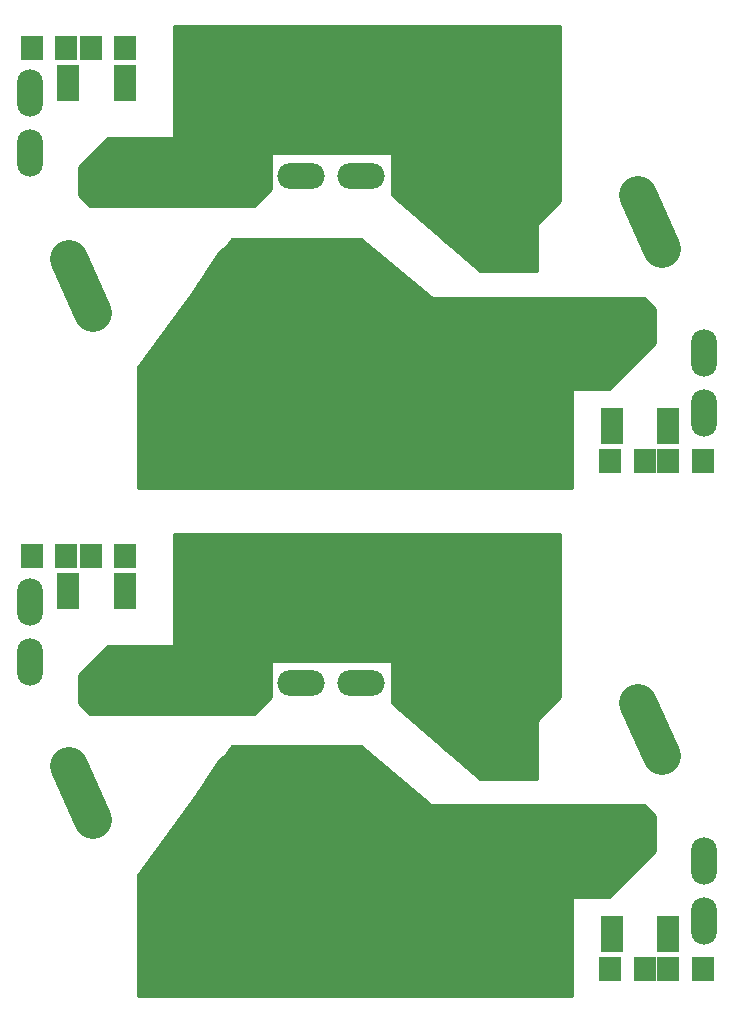
<source format=gbr>
G04 #@! TF.GenerationSoftware,KiCad,Pcbnew,(5.0.0)*
G04 #@! TF.CreationDate,2018-11-19T08:21:14+02:00*
G04 #@! TF.ProjectId,tp_x2,74705F78322E6B696361645F70636200,3*
G04 #@! TF.SameCoordinates,Original*
G04 #@! TF.FileFunction,Soldermask,Top*
G04 #@! TF.FilePolarity,Negative*
%FSLAX46Y46*%
G04 Gerber Fmt 4.6, Leading zero omitted, Abs format (unit mm)*
G04 Created by KiCad (PCBNEW (5.0.0)) date 11/19/18 08:21:14*
%MOMM*%
%LPD*%
G01*
G04 APERTURE LIST*
%ADD10O,4.000000X2.200000*%
%ADD11C,3.200000*%
%ADD12C,3.200000*%
%ADD13C,8.400000*%
%ADD14O,2.200000X4.000000*%
%ADD15R,1.900000X3.100000*%
%ADD16R,1.900000X2.100000*%
%ADD17C,2.899360*%
%ADD18C,0.254000*%
G04 APERTURE END LIST*
D10*
G04 #@! TO.C,X3*
X109920000Y-127000000D03*
X115000000Y-127000000D03*
G04 #@! TD*
D11*
G04 #@! TO.C,V1.2*
X134430862Y-106693548D03*
D12*
X135447704Y-108977412D02*
X133414020Y-104409684D01*
D11*
X123216375Y-105968774D03*
D12*
X124850292Y-103452762D02*
X121582458Y-108484786D01*
D11*
X129684811Y-115654296D03*
D12*
X132639234Y-115133351D02*
X126730388Y-116175241D01*
G04 #@! TD*
D11*
G04 #@! TO.C,V2.1*
X86269138Y-69106452D03*
D12*
X85252296Y-66822588D02*
X87285980Y-71390316D01*
D11*
X97483625Y-69831226D03*
D12*
X95849708Y-72347238D02*
X99117542Y-67315214D01*
D11*
X91015189Y-60145704D03*
D12*
X88060766Y-60666649D02*
X93969612Y-59624759D01*
G04 #@! TD*
D13*
G04 #@! TO.C,REF\002A\002A*
X120400000Y-122000000D03*
G04 #@! TD*
G04 #@! TO.C,REF\002A\002A*
X110400000Y-117600000D03*
G04 #@! TD*
G04 #@! TO.C,REF\002A\002A*
X100300000Y-96900000D03*
G04 #@! TD*
G04 #@! TO.C,REF\002A\002A*
X120400000Y-78900000D03*
G04 #@! TD*
G04 #@! TO.C,REF\002A\002A*
X110300000Y-74600000D03*
G04 #@! TD*
D11*
G04 #@! TO.C,V1.1*
X86269138Y-112106452D03*
D12*
X85252296Y-109822588D02*
X87285980Y-114390316D01*
D11*
X97483625Y-112831226D03*
D12*
X95849708Y-115347238D02*
X99117542Y-110315214D01*
D11*
X91015189Y-103145704D03*
D12*
X88060766Y-103666649D02*
X93969612Y-102624759D01*
G04 #@! TD*
D11*
G04 #@! TO.C,V2.2*
X134430862Y-63693548D03*
D12*
X135447704Y-65977412D02*
X133414020Y-61409684D01*
D11*
X123216375Y-62968774D03*
D12*
X124850292Y-60452762D02*
X121582458Y-65484786D01*
D11*
X129684811Y-72654296D03*
D12*
X132639234Y-72133351D02*
X126730388Y-73175241D01*
G04 #@! TD*
D14*
G04 #@! TO.C,X14*
X139000000Y-74860000D03*
X139000000Y-79940000D03*
G04 #@! TD*
G04 #@! TO.C,X17*
X82000000Y-52800000D03*
X82000000Y-57880000D03*
G04 #@! TD*
D10*
G04 #@! TO.C,X26*
X110000000Y-59800000D03*
X104920000Y-59800000D03*
G04 #@! TD*
D15*
G04 #@! TO.C,D4*
X136000000Y-124000000D03*
X131200000Y-124000000D03*
G04 #@! TD*
G04 #@! TO.C,D2*
X131200000Y-81000000D03*
X136000000Y-81000000D03*
G04 #@! TD*
D14*
G04 #@! TO.C,X7*
X139000000Y-122940000D03*
X139000000Y-117860000D03*
G04 #@! TD*
D10*
G04 #@! TO.C,X12*
X110000000Y-102800000D03*
X104920000Y-102800000D03*
G04 #@! TD*
D15*
G04 #@! TO.C,D3*
X90000000Y-95000000D03*
X85200000Y-95000000D03*
G04 #@! TD*
D16*
G04 #@! TO.C,R6*
X131100000Y-127000000D03*
X134000000Y-127000000D03*
G04 #@! TD*
G04 #@! TO.C,R8*
X138900000Y-127000000D03*
X136000000Y-127000000D03*
G04 #@! TD*
G04 #@! TO.C,R7*
X85000000Y-92000000D03*
X82100000Y-92000000D03*
G04 #@! TD*
G04 #@! TO.C,R9*
X87100000Y-92000000D03*
X90000000Y-92000000D03*
G04 #@! TD*
D15*
G04 #@! TO.C,D1*
X85200000Y-52000000D03*
X90000000Y-52000000D03*
G04 #@! TD*
D16*
G04 #@! TO.C,R4*
X90000000Y-49000000D03*
X87100000Y-49000000D03*
G04 #@! TD*
G04 #@! TO.C,R3*
X136000000Y-84000000D03*
X138900000Y-84000000D03*
G04 #@! TD*
G04 #@! TO.C,R2*
X82100000Y-49000000D03*
X85000000Y-49000000D03*
G04 #@! TD*
G04 #@! TO.C,R1*
X134000000Y-84000000D03*
X131100000Y-84000000D03*
G04 #@! TD*
D14*
G04 #@! TO.C,X9*
X82000000Y-95920000D03*
X82000000Y-101000000D03*
G04 #@! TD*
D10*
G04 #@! TO.C,X6*
X115040000Y-84000000D03*
X109960000Y-84000000D03*
G04 #@! TD*
D11*
G04 #@! TO.C,X1*
X103000000Y-127100000D03*
X98000000Y-127100000D03*
X93000000Y-127100000D03*
X103000000Y-120000000D03*
X98000000Y-120000000D03*
X93000000Y-120000000D03*
G04 #@! TD*
G04 #@! TO.C,X2*
X114000000Y-91900000D03*
X119000000Y-91900000D03*
X124000000Y-91900000D03*
X114000000Y-99000000D03*
X119000000Y-99000000D03*
X124000000Y-99000000D03*
G04 #@! TD*
G04 #@! TO.C,X4*
X103100000Y-83800000D03*
X98100000Y-83800000D03*
X93100000Y-83800000D03*
X103100000Y-76700000D03*
X98100000Y-76700000D03*
X93100000Y-76700000D03*
G04 #@! TD*
G04 #@! TO.C,X5*
X114000000Y-48900000D03*
X119000000Y-48900000D03*
X124000000Y-48900000D03*
X114000000Y-56000000D03*
X119000000Y-56000000D03*
X124000000Y-56000000D03*
G04 #@! TD*
D13*
G04 #@! TO.C,REF\002A\002A*
X100400000Y-53900000D03*
G04 #@! TD*
D17*
G04 #@! TO.C,H1*
X111500000Y-111500000D03*
G04 #@! TD*
G04 #@! TO.C,H2*
X118005382Y-107398781D03*
G04 #@! TD*
G04 #@! TO.C,H3*
X111500000Y-68500000D03*
G04 #@! TD*
G04 #@! TO.C,H4*
X118005382Y-64398781D03*
G04 #@! TD*
D18*
G36*
X126873000Y-61947394D02*
X124910197Y-63910197D01*
X124882667Y-63951399D01*
X124873000Y-64000000D01*
X124873000Y-67873000D01*
X120047376Y-67873000D01*
X112627000Y-61442008D01*
X112627000Y-58000000D01*
X112617333Y-57951399D01*
X112589803Y-57910197D01*
X112548601Y-57882667D01*
X112500000Y-57873000D01*
X102500000Y-57873000D01*
X102451399Y-57882667D01*
X102410197Y-57910197D01*
X102382667Y-57951399D01*
X102373000Y-58000000D01*
X102373000Y-60947394D01*
X100947394Y-62373000D01*
X87052606Y-62373000D01*
X86127000Y-61447394D01*
X86127000Y-59052606D01*
X88552606Y-56627000D01*
X94000000Y-56627000D01*
X94048601Y-56617333D01*
X94089803Y-56589803D01*
X94117333Y-56548601D01*
X94127000Y-56500000D01*
X94127000Y-47127000D01*
X126873000Y-47127000D01*
X126873000Y-61947394D01*
X126873000Y-61947394D01*
G37*
X126873000Y-61947394D02*
X124910197Y-63910197D01*
X124882667Y-63951399D01*
X124873000Y-64000000D01*
X124873000Y-67873000D01*
X120047376Y-67873000D01*
X112627000Y-61442008D01*
X112627000Y-58000000D01*
X112617333Y-57951399D01*
X112589803Y-57910197D01*
X112548601Y-57882667D01*
X112500000Y-57873000D01*
X102500000Y-57873000D01*
X102451399Y-57882667D01*
X102410197Y-57910197D01*
X102382667Y-57951399D01*
X102373000Y-58000000D01*
X102373000Y-60947394D01*
X100947394Y-62373000D01*
X87052606Y-62373000D01*
X86127000Y-61447394D01*
X86127000Y-59052606D01*
X88552606Y-56627000D01*
X94000000Y-56627000D01*
X94048601Y-56617333D01*
X94089803Y-56589803D01*
X94117333Y-56548601D01*
X94127000Y-56500000D01*
X94127000Y-47127000D01*
X126873000Y-47127000D01*
X126873000Y-61947394D01*
G36*
X115918697Y-70097564D02*
X115962222Y-70121251D01*
X116000000Y-70127000D01*
X133947394Y-70127000D01*
X134873000Y-71052606D01*
X134873000Y-73947394D01*
X130947394Y-77873000D01*
X128000000Y-77873000D01*
X127951399Y-77882667D01*
X127910197Y-77910197D01*
X127882667Y-77951399D01*
X127873000Y-78000000D01*
X127873000Y-86273000D01*
X91127000Y-86273000D01*
X91127000Y-76041298D01*
X99064671Y-65127000D01*
X109954020Y-65127000D01*
X115918697Y-70097564D01*
X115918697Y-70097564D01*
G37*
X115918697Y-70097564D02*
X115962222Y-70121251D01*
X116000000Y-70127000D01*
X133947394Y-70127000D01*
X134873000Y-71052606D01*
X134873000Y-73947394D01*
X130947394Y-77873000D01*
X128000000Y-77873000D01*
X127951399Y-77882667D01*
X127910197Y-77910197D01*
X127882667Y-77951399D01*
X127873000Y-78000000D01*
X127873000Y-86273000D01*
X91127000Y-86273000D01*
X91127000Y-76041298D01*
X99064671Y-65127000D01*
X109954020Y-65127000D01*
X115918697Y-70097564D01*
G36*
X126873000Y-103947394D02*
X124910197Y-105910197D01*
X124882667Y-105951399D01*
X124873000Y-106000000D01*
X124873000Y-110873000D01*
X120047376Y-110873000D01*
X112627000Y-104442008D01*
X112627000Y-101000000D01*
X112617333Y-100951399D01*
X112589803Y-100910197D01*
X112548601Y-100882667D01*
X112500000Y-100873000D01*
X102500000Y-100873000D01*
X102451399Y-100882667D01*
X102410197Y-100910197D01*
X102382667Y-100951399D01*
X102373000Y-101000000D01*
X102373000Y-103947394D01*
X100947394Y-105373000D01*
X87052606Y-105373000D01*
X86127000Y-104447394D01*
X86127000Y-102052606D01*
X88552606Y-99627000D01*
X94000000Y-99627000D01*
X94048601Y-99617333D01*
X94089803Y-99589803D01*
X94117333Y-99548601D01*
X94127000Y-99500000D01*
X94127000Y-90127000D01*
X126873000Y-90127000D01*
X126873000Y-103947394D01*
X126873000Y-103947394D01*
G37*
X126873000Y-103947394D02*
X124910197Y-105910197D01*
X124882667Y-105951399D01*
X124873000Y-106000000D01*
X124873000Y-110873000D01*
X120047376Y-110873000D01*
X112627000Y-104442008D01*
X112627000Y-101000000D01*
X112617333Y-100951399D01*
X112589803Y-100910197D01*
X112548601Y-100882667D01*
X112500000Y-100873000D01*
X102500000Y-100873000D01*
X102451399Y-100882667D01*
X102410197Y-100910197D01*
X102382667Y-100951399D01*
X102373000Y-101000000D01*
X102373000Y-103947394D01*
X100947394Y-105373000D01*
X87052606Y-105373000D01*
X86127000Y-104447394D01*
X86127000Y-102052606D01*
X88552606Y-99627000D01*
X94000000Y-99627000D01*
X94048601Y-99617333D01*
X94089803Y-99589803D01*
X94117333Y-99548601D01*
X94127000Y-99500000D01*
X94127000Y-90127000D01*
X126873000Y-90127000D01*
X126873000Y-103947394D01*
G36*
X115918697Y-113097564D02*
X115962222Y-113121251D01*
X116000000Y-113127000D01*
X133947394Y-113127000D01*
X134873000Y-114052606D01*
X134873000Y-116947394D01*
X130947394Y-120873000D01*
X128000000Y-120873000D01*
X127951399Y-120882667D01*
X127910197Y-120910197D01*
X127882667Y-120951399D01*
X127873000Y-121000000D01*
X127873000Y-129273000D01*
X91127000Y-129273000D01*
X91127000Y-119041298D01*
X99064671Y-108127000D01*
X109954020Y-108127000D01*
X115918697Y-113097564D01*
X115918697Y-113097564D01*
G37*
X115918697Y-113097564D02*
X115962222Y-113121251D01*
X116000000Y-113127000D01*
X133947394Y-113127000D01*
X134873000Y-114052606D01*
X134873000Y-116947394D01*
X130947394Y-120873000D01*
X128000000Y-120873000D01*
X127951399Y-120882667D01*
X127910197Y-120910197D01*
X127882667Y-120951399D01*
X127873000Y-121000000D01*
X127873000Y-129273000D01*
X91127000Y-129273000D01*
X91127000Y-119041298D01*
X99064671Y-108127000D01*
X109954020Y-108127000D01*
X115918697Y-113097564D01*
M02*

</source>
